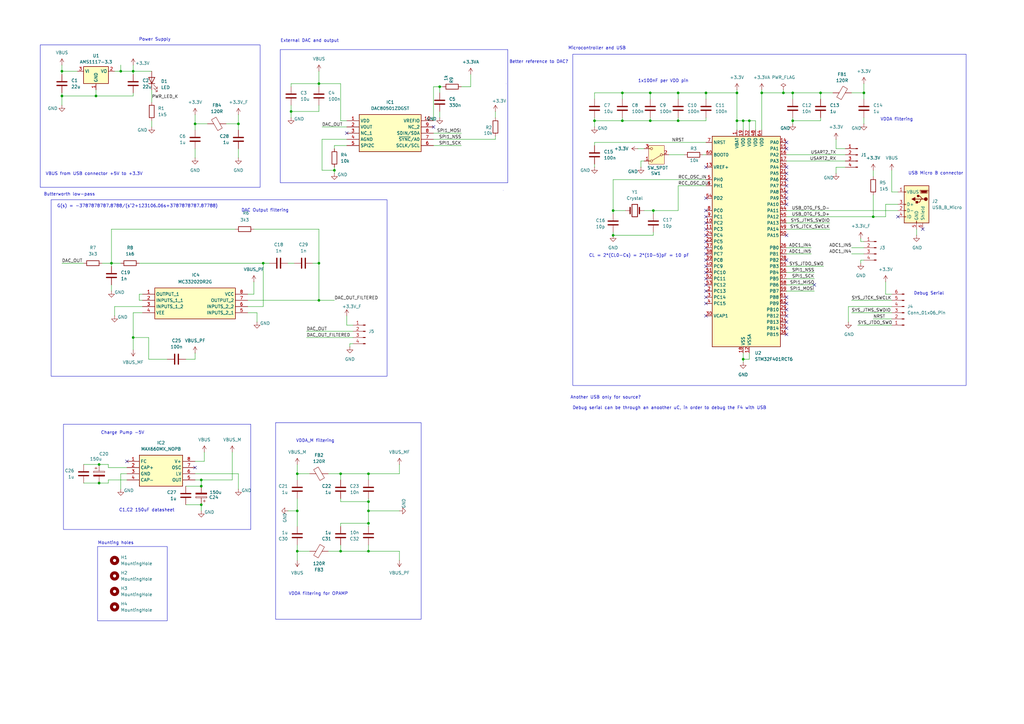
<source format=kicad_sch>
(kicad_sch (version 20231120) (generator "eeschema") (generator_version "8.0")
  (paper "A3")
  (title_block (title "Impedance measurement") (date "2024-09-08") (rev "1.0") (company "Zabos Péter"))
  (lib_symbols
    (symbol "Connector:Conn_01x04_Pin" (pin_names (offset 1.016) hide)
      (property "Reference" "J" (at 0 5.08 0))
      (property "Value" "Conn_01x04_Pin" (at 0 -7.62 0))
      (symbol "Conn_01x04_Pin_1_1"
        (pin passive line (at 5.08 2.54 180) (length 3.81) (name "Pin_1") (number "1"))
        (pin passive line (at 5.08 0 180) (length 3.81) (name "Pin_2") (number "2"))
        (pin passive line (at 5.08 -2.54 180) (length 3.81) (name "Pin_3") (number "3"))
        (pin passive line (at 5.08 -5.08 180) (length 3.81) (name "Pin_4") (number "4"))
      )
    )
    (symbol "Connector:Conn_01x06_Pin" (pin_names (offset 1.016) hide)
      (property "Reference" "J" (at 0 7.62 0))
      (property "Value" "Conn_01x06_Pin" (at 0 -10.16 0))
      (symbol "Conn_01x06_Pin_1_1"
        (pin passive line (at 5.08 5.08 180) (length 3.81) (name "Pin_1") (number "1"))
        (pin passive line (at 5.08 2.54 180) (length 3.81) (name "Pin_2") (number "2"))
        (pin passive line (at 5.08 0 180) (length 3.81) (name "Pin_3") (number "3"))
        (pin passive line (at 5.08 -2.54 180) (length 3.81) (name "Pin_4") (number "4"))
        (pin passive line (at 5.08 -5.08 180) (length 3.81) (name "Pin_5") (number "5"))
        (pin passive line (at 5.08 -7.62 180) (length 3.81) (name "Pin_6") (number "6"))
      )
    )
    (symbol "Connector:USB_B_Micro" (pin_names (offset 1.016))
      (property "Reference" "J" (at -5.08 11.43 0))
      (property "Value" "USB_B_Micro" (at -5.08 8.89 0))
      (symbol "USB_B_Micro_1_1"
        (pin power_out line (at 7.62 5.08 180) (length 2.54) (name "VBUS") (number "1"))
        (pin bidirectional line (at 7.62 -2.54 180) (length 2.54) (name "D-") (number "2"))
        (pin bidirectional line (at 7.62 0 180) (length 2.54) (name "D+") (number "3"))
        (pin passive line (at 7.62 -5.08 180) (length 2.54) (name "ID") (number "4"))
        (pin power_out line (at 0 -10.16 90) (length 2.54) (name "GND") (number "5"))
        (pin passive line (at -2.54 -10.16 90) (length 2.54) (name "Shield") (number "6"))
      )
    )
    (symbol "Device:C" (pin_numbers hide) (pin_names (offset 0.254))
      (property "Reference" "C" (at 0.635 2.54 0))
      (property "Value" "C" (at 0.635 -2.54 0))
      (symbol "C_1_1"
        (pin passive line (at 0 3.81 270) (length 2.794) (name "~") (number "1"))
        (pin passive line (at 0 -3.81 90) (length 2.794) (name "~") (number "2"))
      )
    )
    (symbol "Device:C_Polarized" (pin_numbers hide) (pin_names (offset 0.254))
      (property "Reference" "C" (at 0.635 2.54 0))
      (property "Value" "C_Polarized" (at 0.635 -2.54 0))
      (symbol "C_Polarized_1_1"
        (pin passive line (at 0 3.81 270) (length 2.794) (name "~") (number "1"))
        (pin passive line (at 0 -3.81 90) (length 2.794) (name "~") (number "2"))
      )
    )
    (symbol "Device:Crystal" (pin_numbers hide) (pin_names (offset 1.016) hide)
      (property "Reference" "Y" (at 0 3.81 0))
      (property "Value" "Crystal" (at 0 -3.81 0))
      (symbol "Crystal_1_1"
        (pin passive line (at -3.81 0 0) (length 1.27) (name "1") (number "1"))
        (pin passive line (at 3.81 0 180) (length 1.27) (name "2") (number "2"))
      )
    )
    (symbol "Device:FerriteBead" (pin_numbers hide) (pin_names (offset 0))
      (property "Reference" "FB" (at -3.81 0.635 90))
      (property "Value" "FerriteBead" (at 3.81 0 90))
      (symbol "FerriteBead_1_1"
        (pin passive line (at 0 3.81 270) (length 2.54) (name "~") (number "1"))
        (pin passive line (at 0 -3.81 90) (length 2.54) (name "~") (number "2"))
      )
    )
    (symbol "Device:LED" (pin_numbers hide) (pin_names (offset 1.016) hide)
      (property "Reference" "D" (at 0 2.54 0))
      (property "Value" "LED" (at 0 -2.54 0))
      (symbol "LED_1_1"
        (pin passive line (at -3.81 0 0) (length 2.54) (name "K") (number "1"))
        (pin passive line (at 3.81 0 180) (length 2.54) (name "A") (number "2"))
      )
    )
    (symbol "Device:R" (pin_numbers hide) (pin_names (offset 0))
      (property "Reference" "R" (at 2.032 0 90))
      (property "Value" "R" (at 0 0 90))
      (symbol "R_1_1"
        (pin passive line (at 0 3.81 270) (length 1.27) (name "~") (number "1"))
        (pin passive line (at 0 -3.81 90) (length 1.27) (name "~") (number "2"))
      )
    )
    (symbol "MCU_ST_STM32F4:STM32F401RCTx"
      (property "Reference" "U" (at -12.7 44.45 0))
      (property "Value" "STM32F401RCTx" (at 10.16 44.45 0))
      (symbol "STM32F401RCTx_1_1"
        (pin power_in line (at -2.54 45.72 270) (length 2.54) (name "VBAT") (number "1"))
        (pin bidirectional line (at -15.24 7.62 0) (length 2.54) (name "PC2") (number "10"))
        (pin bidirectional line (at -15.24 5.08 0) (length 2.54) (name "PC3") (number "11"))
        (pin power_in line (at 2.54 -45.72 90) (length 2.54) (name "VSSA") (number "12"))
        (pin input line (at -15.24 30.48 0) (length 2.54) (name "VREF+") (number "13"))
        (pin bidirectional line (at 17.78 40.64 180) (length 2.54) (name "PA0") (number "14"))
        (pin bidirectional line (at 17.78 38.1 180) (length 2.54) (name "PA1") (number "15"))
        (pin bidirectional line (at 17.78 35.56 180) (length 2.54) (name "PA2") (number "16"))
        (pin bidirectional line (at 17.78 33.02 180) (length 2.54) (name "PA3") (number "17"))
        (pin power_in line (at 0 -45.72 90) (length 2.54) (name "VSS") (number "18"))
        (pin power_in line (at 0 45.72 270) (length 2.54) (name "VDD") (number "19"))
        (pin bidirectional line (at -15.24 -20.32 0) (length 2.54) (name "PC13") (number "2"))
        (pin bidirectional line (at 17.78 30.48 180) (length 2.54) (name "PA4") (number "20"))
        (pin bidirectional line (at 17.78 27.94 180) (length 2.54) (name "PA5") (number "21"))
        (pin bidirectional line (at 17.78 25.4 180) (length 2.54) (name "PA6") (number "22"))
        (pin bidirectional line (at 17.78 22.86 180) (length 2.54) (name "PA7") (number "23"))
        (pin bidirectional line (at -15.24 2.54 0) (length 2.54) (name "PC4") (number "24"))
        (pin bidirectional line (at -15.24 0 0) (length 2.54) (name "PC5") (number "25"))
        (pin bidirectional line (at 17.78 -2.54 180) (length 2.54) (name "PB0") (number "26"))
        (pin bidirectional line (at 17.78 -5.08 180) (length 2.54) (name "PB1") (number "27"))
        (pin bidirectional line (at 17.78 -7.62 180) (length 2.54) (name "PB2") (number "28"))
        (pin bidirectional line (at 17.78 -27.94 180) (length 2.54) (name "PB10") (number "29"))
        (pin bidirectional line (at -15.24 -22.86 0) (length 2.54) (name "PC14") (number "3"))
        (pin power_out line (at -15.24 -30.48 0) (length 2.54) (name "VCAP1") (number "30"))
        (pin passive line (at 0 -45.72 90) (length 2.54) hide (name "VSS") (number "31"))
        (pin power_in line (at 2.54 45.72 270) (length 2.54) (name "VDD") (number "32"))
        (pin bidirectional line (at 17.78 -30.48 180) (length 2.54) (name "PB12") (number "33"))
        (pin bidirectional line (at 17.78 -33.02 180) (length 2.54) (name "PB13") (number "34"))
        (pin bidirectional line (at 17.78 -35.56 180) (length 2.54) (name "PB14") (number "35"))
        (pin bidirectional line (at 17.78 -38.1 180) (length 2.54) (name "PB15") (number "36"))
        (pin bidirectional line (at -15.24 -2.54 0) (length 2.54) (name "PC6") (number "37"))
        (pin bidirectional line (at -15.24 -5.08 0) (length 2.54) (name "PC7") (number "38"))
        (pin bidirectional line (at -15.24 -7.62 0) (length 2.54) (name "PC8") (number "39"))
        (pin bidirectional line (at -15.24 -25.4 0) (length 2.54) (name "PC15") (number "4"))
        (pin bidirectional line (at -15.24 -10.16 0) (length 2.54) (name "PC9") (number "40"))
        (pin bidirectional line (at 17.78 20.32 180) (length 2.54) (name "PA8") (number "41"))
        (pin bidirectional line (at 17.78 17.78 180) (length 2.54) (name "PA9") (number "42"))
        (pin bidirectional line (at 17.78 15.24 180) (length 2.54) (name "PA10") (number "43"))
        (pin bidirectional line (at 17.78 12.7 180) (length 2.54) (name "PA11") (number "44"))
        (pin bidirectional line (at 17.78 10.16 180) (length 2.54) (name "PA12") (number "45"))
        (pin bidirectional line (at 17.78 7.62 180) (length 2.54) (name "PA13") (number "46"))
        (pin passive line (at 0 -45.72 90) (length 2.54) hide (name "VSS") (number "47"))
        (pin power_in line (at 5.08 45.72 270) (length 2.54) (name "VDD") (number "48"))
        (pin bidirectional line (at 17.78 5.08 180) (length 2.54) (name "PA14") (number "49"))
        (pin bidirectional line (at -15.24 25.4 0) (length 2.54) (name "PH0") (number "5"))
        (pin bidirectional line (at 17.78 2.54 180) (length 2.54) (name "PA15") (number "50"))
        (pin bidirectional line (at -15.24 -12.7 0) (length 2.54) (name "PC10") (number "51"))
        (pin bidirectional line (at -15.24 -15.24 0) (length 2.54) (name "PC11") (number "52"))
        (pin bidirectional line (at -15.24 -17.78 0) (length 2.54) (name "PC12") (number "53"))
        (pin bidirectional line (at -15.24 17.78 0) (length 2.54) (name "PD2") (number "54"))
        (pin bidirectional line (at 17.78 -10.16 180) (length 2.54) (name "PB3") (number "55"))
        (pin bidirectional line (at 17.78 -12.7 180) (length 2.54) (name "PB4") (number "56"))
        (pin bidirectional line (at 17.78 -15.24 180) (length 2.54) (name "PB5") (number "57"))
        (pin bidirectional line (at 17.78 -17.78 180) (length 2.54) (name "PB6") (number "58"))
        (pin bidirectional line (at 17.78 -20.32 180) (length 2.54) (name "PB7") (number "59"))
        (pin bidirectional line (at -15.24 22.86 0) (length 2.54) (name "PH1") (number "6"))
        (pin input line (at -15.24 35.56 0) (length 2.54) (name "BOOT0") (number "60"))
        (pin bidirectional line (at 17.78 -22.86 180) (length 2.54) (name "PB8") (number "61"))
        (pin bidirectional line (at 17.78 -25.4 180) (length 2.54) (name "PB9") (number "62"))
        (pin passive line (at 0 -45.72 90) (length 2.54) hide (name "VSS") (number "63"))
        (pin power_in line (at 7.62 45.72 270) (length 2.54) (name "VDD") (number "64"))
        (pin input line (at -15.24 40.64 0) (length 2.54) (name "NRST") (number "7"))
        (pin bidirectional line (at -15.24 12.7 0) (length 2.54) (name "PC0") (number "8"))
        (pin bidirectional line (at -15.24 10.16 0) (length 2.54) (name "PC1") (number "9"))
      )
    )
    (symbol "Mechanical:MountingHole" (pin_names (offset 1.016))
      (property "Reference" "H" (at 0 5.08 0))
      (property "Value" "MountingHole" (at 0 3.175 0))
    )
    (symbol "Regulator_Linear:AMS1117-3.3"
      (property "Reference" "U" (at -3.81 3.175 0))
      (property "Value" "AMS1117-3.3" (at 0 3.175 0))
      (symbol "AMS1117-3.3_1_1"
        (pin power_in line (at 0 -7.62 90) (length 2.54) (name "GND") (number "1"))
        (pin power_out line (at 7.62 0 180) (length 2.54) (name "VO") (number "2"))
        (pin power_in line (at -7.62 0 0) (length 2.54) (name "VI") (number "3"))
      )
    )
    (symbol "SamacSys_Parts:DAC80501ZDGST"
      (property "Reference" "IC" (at 31.75 7.62 0))
      (property "Value" "DAC80501ZDGST" (at 31.75 5.08 0))
      (symbol "DAC80501ZDGST_1_1"
        (pin power_in line (at 0 0 0) (length 5.08) (name "VDD") (number "1"))
        (pin bidirectional line (at 35.56 0 180) (length 5.08) (name "VREFIO") (number "10"))
        (pin output line (at 0 -2.54 0) (length 5.08) (name "VOUT") (number "2"))
        (pin passive line (at 0 -5.08 0) (length 5.08) (name "NC_1") (number "3"))
        (pin power_in line (at 0 -7.62 0) (length 5.08) (name "AGND") (number "4"))
        (pin input line (at 0 -10.16 0) (length 5.08) (name "SPI2C") (number "5"))
        (pin bidirectional line (at 35.56 -10.16 180) (length 5.08) (name "SCLK/SCL") (number "6"))
        (pin bidirectional line (at 35.56 -7.62 180) (length 5.08) (name "~{SYNC}/A0") (number "7"))
        (pin bidirectional line (at 35.56 -5.08 180) (length 5.08) (name "SDIN/SDA") (number "8"))
        (pin passive line (at 35.56 -2.54 180) (length 5.08) (name "NC_2") (number "9"))
      )
    )
    (symbol "SamacSys_Parts:MAX660MX_NOPB"
      (property "Reference" "IC" (at 24.13 7.62 0))
      (property "Value" "MAX660MX_NOPB" (at 24.13 5.08 0))
      (symbol "MAX660MX_NOPB_1_1"
        (pin passive line (at 0 0 0) (length 5.08) (name "FC") (number "1"))
        (pin passive line (at 0 -2.54 0) (length 5.08) (name "CAP+") (number "2"))
        (pin power_in line (at 0 -5.08 0) (length 5.08) (name "GND") (number "3"))
        (pin passive line (at 0 -7.62 0) (length 5.08) (name "CAP-") (number "4"))
        (pin output line (at 27.94 -7.62 180) (length 5.08) (name "OUT") (number "5"))
        (pin passive line (at 27.94 -5.08 180) (length 5.08) (name "LV") (number "6"))
        (pin passive line (at 27.94 -2.54 180) (length 5.08) (name "OSC") (number "7"))
        (pin power_in line (at 27.94 0 180) (length 5.08) (name "V+") (number "8"))
      )
    )
    (symbol "SamacSys_Parts:MC33202DR2G"
      (property "Reference" "IC" (at 39.37 7.62 0))
      (property "Value" "MC33202DR2G" (at 39.37 5.08 0))
      (symbol "MC33202DR2G_1_1"
        (pin passive line (at 0 0 0) (length 5.08) (name "OUTPUT_1") (number "1"))
        (pin passive line (at 0 -2.54 0) (length 5.08) (name "INPUTS_1_1") (number "2"))
        (pin passive line (at 0 -5.08 0) (length 5.08) (name "INPUTS_1_2") (number "3"))
        (pin passive line (at 0 -7.62 0) (length 5.08) (name "VEE") (number "4"))
        (pin passive line (at 43.18 -7.62 180) (length 5.08) (name "INPUTS_2_1") (number "5"))
        (pin passive line (at 43.18 -5.08 180) (length 5.08) (name "INPUTS_2_2") (number "6"))
        (pin passive line (at 43.18 -2.54 180) (length 5.08) (name "OUTPUT_2") (number "7"))
        (pin passive line (at 43.18 0 180) (length 5.08) (name "VCC") (number "8"))
      )
    )
    (symbol "Switch:SW_SPDT" (pin_names (offset 0) hide)
      (property "Reference" "SW" (at 0 5.08 0))
      (property "Value" "SW_SPDT" (at 0 -5.08 0))
      (symbol "SW_SPDT_1_1"
        (pin passive line (at 5.08 2.54 180) (length 2.54) (name "A") (number "1"))
        (pin passive line (at -5.08 0 0) (length 2.54) (name "B") (number "2"))
        (pin passive line (at 5.08 -2.54 180) (length 2.54) (name "C") (number "3"))
      )
    )
    (symbol "power:+3.3V" (power) (pin_numbers hide) (pin_names (offset 0) hide)
      (property "Value" "+3.3V" (at 0 3.556 0))
      (symbol "+3.3V_1_1"
        (pin power_in line (at 0 0 90) (length 0) (name "~") (number "1"))
      )
    )
    (symbol "power:+3.3VA" (power) (pin_numbers hide) (pin_names (offset 0) hide)
      (property "Value" "+3.3VA" (at 0 3.556 0))
      (symbol "+3.3VA_1_1"
        (pin power_in line (at 0 0 90) (length 0) (name "~") (number "1"))
      )
    )
    (symbol "power:GND" (power) (pin_numbers hide) (pin_names (offset 0) hide)
      (property "Value" "GND" (at 0 -3.81 0))
      (symbol "GND_1_1"
        (pin power_in line (at 0 0 270) (length 0) (name "~") (number "1"))
      )
    )
    (symbol "power:PWR_FLAG" (power) (pin_numbers hide) (pin_names (offset 0) hide)
      (property "Value" "PWR_FLAG" (at 0 3.81 0))
      (symbol "PWR_FLAG_0_0"
        (pin power_out line (at 0 0 90) (length 0) (name "~") (number "1"))
      )
    )
    (symbol "power:VBUS" (power) (pin_numbers hide) (pin_names (offset 0) hide)
      (property "Value" "VBUS" (at 0 3.556 0))
      (symbol "VBUS_1_1"
        (pin power_in line (at 0 0 90) (length 0) (name "~") (number "1"))
      )
    )
  )
  (junction (at 25.4 39.37))
  (junction (at 255.27 49.53))
  (junction (at 325.12 38.1))
  (junction (at 321.31 38.1))
  (junction (at 180.34 35.56))
  (junction (at 243.84 49.53))
  (junction (at 151.13 214.63))
  (junction (at 49.53 29.21))
  (junction (at 39.37 39.37))
  (junction (at 251.46 96.52))
  (junction (at 325.12 49.53))
  (junction (at 25.4 29.21))
  (junction (at 137.16 69.85))
  (junction (at 130.81 34.29))
  (junction (at 289.56 38.1))
  (junction (at 54.61 29.21))
  (junction (at 151.13 205.74))
  (junction (at 251.46 86.36))
  (junction (at 151.13 226.06))
  (junction (at 302.26 38.1))
  (junction (at 107.95 107.95))
  (junction (at 304.8 49.53))
  (junction (at 45.72 107.95))
  (junction (at 54.61 138.43))
  (junction (at 307.34 49.53))
  (junction (at 139.7 194.31))
  (junction (at 304.8 147.32))
  (junction (at 82.55 199.39))
  (junction (at 40.64 198.12))
  (junction (at 266.7 49.53))
  (junction (at 121.92 226.06))
  (junction (at 130.81 123.19))
  (junction (at 151.13 194.31))
  (junction (at 255.27 38.1))
  (junction (at 82.55 196.85))
  (junction (at 266.7 38.1))
  (junction (at 121.92 194.31))
  (junction (at 151.13 209.55))
  (junction (at 97.79 50.8))
  (junction (at 358.14 88.9))
  (junction (at 139.7 226.06))
  (junction (at 312.42 38.1))
  (junction (at 354.33 38.1))
  (junction (at 119.38 45.72))
  (junction (at 40.64 190.5))
  (junction (at 336.55 38.1))
  (junction (at 80.01 50.8))
  (junction (at 302.26 49.53))
  (junction (at 82.55 207.01))
  (junction (at 121.92 209.55))
  (junction (at 267.97 86.36))
  (junction (at 278.13 49.53))
  (junction (at 278.13 38.1))
  (junction (at 130.81 107.95))
  (no_connect (at 289.56 88.9))
  (no_connect (at 289.56 99.06))
  (no_connect (at 289.56 111.76))
  (no_connect (at 322.58 76.2))
  (no_connect (at 289.56 124.46))
  (no_connect (at 322.58 60.96))
  (no_connect (at 289.56 109.22))
  (no_connect (at 322.58 121.92))
  (no_connect (at 289.56 129.54))
  (no_connect (at 322.58 137.16))
  (no_connect (at 289.56 96.52))
  (no_connect (at 378.46 93.98))
  (no_connect (at 289.56 91.44))
  (no_connect (at 322.58 83.82))
  (no_connect (at 289.56 101.6))
  (no_connect (at 334.01 116.84))
  (no_connect (at 322.58 127))
  (no_connect (at 322.58 68.58))
  (no_connect (at 368.3 88.9))
  (no_connect (at 322.58 129.54))
  (no_connect (at 322.58 73.66))
  (no_connect (at 289.56 106.68))
  (no_connect (at 322.58 71.12))
  (no_connect (at 322.58 106.68))
  (no_connect (at 289.56 114.3))
  (no_connect (at 289.56 86.36))
  (no_connect (at 289.56 119.38))
  (no_connect (at 322.58 96.52))
  (no_connect (at 142.24 54.61))
  (no_connect (at 289.56 81.28))
  (no_connect (at 289.56 104.14))
  (no_connect (at 80.01 191.77))
  (no_connect (at 177.8 52.07))
  (no_connect (at 322.58 134.62))
  (no_connect (at 289.56 68.58))
  (no_connect (at 289.56 121.92))
  (no_connect (at 289.56 93.98))
  (no_connect (at 322.58 58.42))
  (no_connect (at 52.07 189.23))
  (no_connect (at 322.58 132.08))
  (no_connect (at 322.58 124.46))
  (no_connect (at 289.56 116.84))
  (no_connect (at 322.58 78.74))
  (no_connect (at 322.58 81.28))
  (wire (pts (xy 304.8 49.53) (xy 302.26 49.53)))
  (wire (pts (xy 127 194.31) (xy 121.92 194.31)))
  (wire (pts (xy 255.27 38.1) (xy 266.7 38.1)))
  (wire (pts (xy 104.14 115.57) (xy 104.14 120.65)))
  (wire (pts (xy 46.99 125.73) (xy 58.42 125.73)))
  (wire (pts (xy 255.27 38.1) (xy 255.27 40.64)))
  (wire (pts (xy 139.7 226.06) (xy 151.13 226.06)))
  (wire (pts (xy 243.84 59.69) (xy 243.84 58.42)))
  (wire (pts (xy 251.46 96.52) (xy 267.97 96.52)))
  (wire (pts (xy 203.2 55.88) (xy 203.2 57.15)))
  (wire (pts (xy 322.58 119.38) (xy 334.01 119.38)))
  (wire (pts (xy 80.01 147.32) (xy 80.01 144.78)))
  (wire (pts (xy 58.42 120.65) (xy 57.15 120.65)))
  (wire (pts (xy 137.16 68.58) (xy 137.16 69.85)))
  (wire (pts (xy 118.11 107.95) (xy 120.65 107.95)))
  (wire (pts (xy 353.06 107.95) (xy 353.06 106.68)))
  (wire (pts (xy 139.7 205.74) (xy 151.13 205.74)))
  (wire (pts (xy 139.7 215.9) (xy 139.7 214.63)))
  (wire (pts (xy 107.95 107.95) (xy 110.49 107.95)))
  (wire (pts (xy 151.13 204.47) (xy 151.13 205.74)))
  (wire (pts (xy 25.4 107.95) (xy 34.29 107.95)))
  (wire (pts (xy 46.99 129.54) (xy 46.99 125.73)))
  (wire (pts (xy 121.92 190.5) (xy 121.92 194.31)))
  (wire (pts (xy 57.15 123.19) (xy 58.42 123.19)))
  (wire (pts (xy 349.25 101.6) (xy 354.33 101.6)))
  (wire (pts (xy 266.7 48.26) (xy 266.7 49.53)))
  (wire (pts (xy 85.09 50.8) (xy 80.01 50.8)))
  (wire (pts (xy 34.29 198.12) (xy 40.64 198.12)))
  (wire (pts (xy 121.92 226.06) (xy 121.92 223.52)))
  (wire (pts (xy 54.61 38.1) (xy 54.61 39.37)))
  (wire (pts (xy 80.01 189.23) (xy 83.82 189.23)))
  (wire (pts (xy 139.7 226.06) (xy 134.62 226.06)))
  (wire (pts (xy 52.07 194.31) (xy 49.53 194.31)))
  (wire (pts (xy 142.24 129.54) (xy 142.24 133.35)))
  (wire (pts (xy 255.27 49.53) (xy 243.84 49.53)))
  (wire (pts (xy 375.92 93.98) (xy 375.92 96.52)))
  (wire (pts (xy 243.84 40.64) (xy 243.84 38.1)))
  (wire (pts (xy 54.61 29.21) (xy 54.61 30.48)))
  (wire (pts (xy 142.24 133.35) (xy 144.78 133.35)))
  (wire (pts (xy 45.72 107.95) (xy 45.72 109.22)))
  (wire (pts (xy 97.79 194.31) (xy 97.79 200.66)))
  (wire (pts (xy 267.97 86.36) (xy 278.13 86.36)))
  (wire (pts (xy 132.08 69.85) (xy 137.16 69.85)))
  (wire (pts (xy 289.56 38.1) (xy 289.56 40.64)))
  (wire (pts (xy 266.7 38.1) (xy 278.13 38.1)))
  (wire (pts (xy 54.61 128.27) (xy 54.61 138.43)))
  (wire (pts (xy 163.83 190.5) (xy 163.83 194.31)))
  (wire (pts (xy 82.55 196.85) (xy 80.01 196.85)))
  (wire (pts (xy 130.81 29.21) (xy 130.81 34.29)))
  (wire (pts (xy 365.76 78.74) (xy 365.76 69.85)))
  (wire (pts (xy 105.41 128.27) (xy 105.41 132.08)))
  (wire (pts (xy 336.55 40.64) (xy 336.55 38.1)))
  (wire (pts (xy 137.16 60.96) (xy 137.16 59.69)))
  (wire (pts (xy 336.55 38.1) (xy 325.12 38.1)))
  (wire (pts (xy 130.81 93.98) (xy 130.81 107.95)))
  (wire (pts (xy 130.81 123.19) (xy 137.16 123.19)))
  (wire (pts (xy 68.58 147.32) (xy 60.96 147.32)))
  (wire (pts (xy 309.88 53.34) (xy 309.88 49.53)))
  (wire (pts (xy 163.83 229.87) (xy 163.83 226.06)))
  (wire (pts (xy 101.6 123.19) (xy 130.81 123.19)))
  (wire (pts (xy 44.45 190.5) (xy 40.64 190.5)))
  (wire (pts (xy 25.4 39.37) (xy 25.4 43.18)))
  (wire (pts (xy 34.29 190.5) (xy 40.64 190.5)))
  (wire (pts (xy 95.25 185.42) (xy 95.25 196.85)))
  (wire (pts (xy 243.84 49.53) (xy 243.84 52.07)))
  (wire (pts (xy 80.01 46.99) (xy 80.01 50.8)))
  (wire (pts (xy 189.23 35.56) (xy 193.04 35.56)))
  (wire (pts (xy 309.88 49.53) (xy 307.34 49.53)))
  (wire (pts (xy 45.72 93.98) (xy 45.72 107.95)))
  (wire (pts (xy 358.14 130.81) (xy 365.76 130.81)))
  (wire (pts (xy 342.9 57.15) (xy 342.9 60.96)))
  (wire (pts (xy 288.29 63.5) (xy 289.56 63.5)))
  (wire (pts (xy 121.92 229.87) (xy 121.92 226.06)))
  (wire (pts (xy 25.4 29.21) (xy 25.4 30.48)))
  (wire (pts (xy 44.45 191.77) (xy 44.45 190.5)))
  (wire (pts (xy 130.81 34.29) (xy 130.81 35.56)))
  (wire (pts (xy 80.01 194.31) (xy 97.79 194.31)))
  (wire (pts (xy 143.51 140.97) (xy 144.78 140.97)))
  (wire (pts (xy 267.97 86.36) (xy 267.97 87.63)))
  (wire (pts (xy 353.06 97.79) (xy 353.06 99.06)))
  (wire (pts (xy 267.97 95.25) (xy 267.97 96.52)))
  (wire (pts (xy 274.32 63.5) (xy 280.67 63.5)))
  (wire (pts (xy 139.7 194.31) (xy 151.13 194.31)))
  (wire (pts (xy 57.15 107.95) (xy 107.95 107.95)))
  (wire (pts (xy 82.55 199.39) (xy 82.55 196.85)))
  (wire (pts (xy 255.27 48.26) (xy 255.27 49.53)))
  (wire (pts (xy 325.12 48.26) (xy 325.12 49.53)))
  (wire (pts (xy 151.13 194.31) (xy 163.83 194.31)))
  (wire (pts (xy 336.55 48.26) (xy 336.55 49.53)))
  (wire (pts (xy 151.13 223.52) (xy 151.13 226.06)))
  (wire (pts (xy 139.7 223.52) (xy 139.7 226.06)))
  (wire (pts (xy 180.34 45.72) (xy 180.34 48.26)))
  (wire (pts (xy 322.58 104.14) (xy 332.74 104.14)))
  (wire (pts (xy 139.7 196.85) (xy 139.7 194.31)))
  (wire (pts (xy 251.46 73.66) (xy 251.46 86.36)))
  (wire (pts (xy 132.08 52.07) (xy 142.24 52.07)))
  (wire (pts (xy 119.38 45.72) (xy 119.38 48.26)))
  (wire (pts (xy 251.46 87.63) (xy 251.46 86.36)))
  (wire (pts (xy 264.16 86.36) (xy 267.97 86.36)))
  (wire (pts (xy 243.84 58.42) (xy 289.56 58.42)))
  (wire (pts (xy 368.3 78.74) (xy 365.76 78.74)))
  (wire (pts (xy 127 226.06) (xy 121.92 226.06)))
  (wire (pts (xy 25.4 38.1) (xy 25.4 39.37)))
  (wire (pts (xy 203.2 45.72) (xy 203.2 48.26)))
  (wire (pts (xy 264.16 66.04) (xy 262.89 66.04)))
  (wire (pts (xy 358.14 80.01) (xy 358.14 88.9)))
  (wire (pts (xy 130.81 43.18) (xy 130.81 45.72)))
  (wire (pts (xy 278.13 49.53) (xy 266.7 49.53)))
  (wire (pts (xy 251.46 95.25) (xy 251.46 96.52)))
  (wire (pts (xy 54.61 26.67) (xy 54.61 29.21)))
  (wire (pts (xy 41.91 107.95) (xy 45.72 107.95)))
  (wire (pts (xy 151.13 215.9) (xy 151.13 214.63)))
  (wire (pts (xy 119.38 35.56) (xy 119.38 34.29)))
  (wire (pts (xy 137.16 59.69) (xy 142.24 59.69)))
  (wire (pts (xy 278.13 38.1) (xy 289.56 38.1)))
  (wire (pts (xy 49.53 194.31) (xy 49.53 200.66)))
  (wire (pts (xy 45.72 107.95) (xy 49.53 107.95)))
  (wire (pts (xy 322.58 116.84) (xy 334.01 116.84)))
  (wire (pts (xy 243.84 38.1) (xy 255.27 38.1)))
  (wire (pts (xy 97.79 60.96) (xy 97.79 64.77)))
  (wire (pts (xy 125.73 138.43) (xy 144.78 138.43)))
  (wire (pts (xy 82.55 207.01) (xy 82.55 209.55)))
  (wire (pts (xy 139.7 49.53) (xy 139.7 34.29)))
  (wire (pts (xy 107.95 125.73) (xy 107.95 107.95)))
  (wire (pts (xy 304.8 144.78) (xy 304.8 147.32)))
  (wire (pts (xy 322.58 109.22) (xy 337.82 109.22)))
  (wire (pts (xy 60.96 138.43) (xy 54.61 138.43)))
  (wire (pts (xy 289.56 48.26) (xy 289.56 49.53)))
  (wire (pts (xy 354.33 48.26) (xy 354.33 50.8)))
  (wire (pts (xy 322.58 88.9) (xy 358.14 88.9)))
  (wire (pts (xy 180.34 35.56) (xy 181.61 35.56)))
  (wire (pts (xy 358.14 69.85) (xy 358.14 72.39)))
  (wire (pts (xy 49.53 29.21) (xy 54.61 29.21)))
  (wire (pts (xy 266.7 38.1) (xy 266.7 40.64)))
  (wire (pts (xy 92.71 50.8) (xy 97.79 50.8)))
  (wire (pts (xy 321.31 36.83) (xy 321.31 38.1)))
  (wire (pts (xy 289.56 38.1) (xy 302.26 38.1)))
  (wire (pts (xy 363.22 83.82) (xy 363.22 88.9)))
  (wire (pts (xy 312.42 36.83) (xy 312.42 38.1)))
  (wire (pts (xy 243.84 48.26) (xy 243.84 49.53)))
  (wire (pts (xy 57.15 120.65) (xy 57.15 123.19)))
  (wire (pts (xy 76.2 199.39) (xy 82.55 199.39)))
  (wire (pts (xy 177.8 59.69) (xy 189.23 59.69)))
  (wire (pts (xy 62.23 36.83) (xy 62.23 41.91)))
  (wire (pts (xy 177.8 57.15) (xy 203.2 57.15)))
  (wire (pts (xy 353.06 99.06) (xy 354.33 99.06)))
  (wire (pts (xy 349.25 128.27) (xy 365.76 128.27)))
  (wire (pts (xy 142.24 57.15) (xy 132.08 57.15)))
  (wire (pts (xy 45.72 116.84) (xy 45.72 119.38)))
  (wire (pts (xy 347.98 125.73) (xy 347.98 132.08)))
  (wire (pts (xy 307.34 144.78) (xy 307.34 147.32)))
  (wire (pts (xy 278.13 76.2) (xy 289.56 76.2)))
  (wire (pts (xy 251.46 86.36) (xy 256.54 86.36)))
  (wire (pts (xy 322.58 93.98) (xy 340.36 93.98)))
  (wire (pts (xy 302.26 38.1) (xy 302.26 49.53)))
  (wire (pts (xy 312.42 38.1) (xy 312.42 53.34)))
  (wire (pts (xy 322.58 101.6) (xy 332.74 101.6)))
  (wire (pts (xy 121.92 204.47) (xy 121.92 209.55)))
  (wire (pts (xy 180.34 35.56) (xy 180.34 38.1)))
  (wire (pts (xy 278.13 86.36) (xy 278.13 76.2)))
  (wire (pts (xy 139.7 34.29) (xy 130.81 34.29)))
  (wire (pts (xy 121.92 194.31) (xy 121.92 196.85)))
  (wire (pts (xy 342.9 71.12) (xy 342.9 68.58)))
  (wire (pts (xy 130.81 45.72) (xy 119.38 45.72)))
  (wire (pts (xy 302.26 36.83) (xy 302.26 38.1)))
  (wire (pts (xy 44.45 198.12) (xy 40.64 198.12)))
  (wire (pts (xy 347.98 125.73) (xy 365.76 125.73)))
  (wire (pts (xy 342.9 60.96) (xy 346.71 60.96)))
  (wire (pts (xy 336.55 49.53) (xy 325.12 49.53)))
  (wire (pts (xy 46.99 29.21) (xy 49.53 29.21)))
  (wire (pts (xy 76.2 147.32) (xy 80.01 147.32)))
  (wire (pts (xy 44.45 196.85) (xy 44.45 198.12)))
  (wire (pts (xy 45.72 93.98) (xy 96.52 93.98)))
  (wire (pts (xy 137.16 69.85) (xy 137.16 71.12)))
  (wire (pts (xy 278.13 48.26) (xy 278.13 49.53)))
  (wire (pts (xy 151.13 226.06) (xy 163.83 226.06)))
  (wire (pts (xy 101.6 128.27) (xy 105.41 128.27)))
  (wire (pts (xy 302.26 49.53) (xy 302.26 53.34)))
  (wire (pts (xy 307.34 49.53) (xy 304.8 49.53)))
  (wire (pts (xy 101.6 125.73) (xy 107.95 125.73)))
  (wire (pts (xy 304.8 147.32) (xy 304.8 148.59)))
  (wire (pts (xy 54.61 39.37) (xy 39.37 39.37)))
  (wire (pts (xy 143.51 142.24) (xy 143.51 140.97)))
  (wire (pts (xy 54.61 138.43) (xy 54.61 143.51)))
  (wire (pts (xy 351.79 133.35) (xy 365.76 133.35)))
  (wire (pts (xy 177.8 35.56) (xy 177.8 49.53)))
  (wire (pts (xy 31.75 29.21) (xy 25.4 29.21)))
  (wire (pts (xy 130.81 107.95) (xy 130.81 123.19)))
  (wire (pts (xy 151.13 209.55) (xy 163.83 209.55)))
  (wire (pts (xy 322.58 111.76) (xy 334.01 111.76)))
  (wire (pts (xy 349.25 104.14) (xy 354.33 104.14)))
  (wire (pts (xy 139.7 49.53) (xy 142.24 49.53)))
  (wire (pts (xy 82.55 196.85) (xy 95.25 196.85)))
  (wire (pts (xy 322.58 91.44) (xy 340.36 91.44)))
  (wire (pts (xy 49.53 26.67) (xy 49.53 29.21)))
  (wire (pts (xy 325.12 38.1) (xy 321.31 38.1)))
  (wire (pts (xy 97.79 46.99) (xy 97.79 50.8)))
  (wire (pts (xy 139.7 204.47) (xy 139.7 205.74)))
  (wire (pts (xy 243.84 67.31) (xy 243.84 68.58)))
  (wire (pts (xy 58.42 128.27) (xy 54.61 128.27)))
  (wire (pts (xy 353.06 106.68) (xy 354.33 106.68)))
  (wire (pts (xy 80.01 50.8) (xy 80.01 53.34)))
  (wire (pts (xy 278.13 38.1) (xy 278.13 40.64)))
  (wire (pts (xy 177.8 54.61) (xy 189.23 54.61)))
  (wire (pts (xy 322.58 66.04) (xy 346.71 66.04)))
  (wire (pts (xy 39.37 39.37) (xy 25.4 39.37)))
  (wire (pts (xy 251.46 73.66) (xy 289.56 73.66)))
  (wire (pts (xy 151.13 205.74) (xy 151.13 209.55)))
  (wire (pts (xy 342.9 68.58) (xy 346.71 68.58)))
  (wire (pts (xy 321.31 38.1) (xy 312.42 38.1)))
  (wire (pts (xy 354.33 38.1) (xy 354.33 40.64)))
  (wire (pts (xy 62.23 49.53) (xy 62.23 52.07)))
  (wire (pts (xy 80.01 60.96) (xy 80.01 64.77)))
  (wire (pts (xy 76.2 207.01) (xy 82.55 207.01)))
  (wire (pts (xy 97.79 50.8) (xy 97.79 53.34)))
  (wire (pts (xy 104.14 120.65) (xy 101.6 120.65)))
  (wire (pts (xy 119.38 34.29) (xy 130.81 34.29)))
  (wire (pts (xy 322.58 114.3) (xy 334.01 114.3)))
  (wire (pts (xy 177.8 35.56) (xy 180.34 35.56)))
  (wire (pts (xy 60.96 147.32) (xy 60.96 138.43)))
  (wire (pts (xy 139.7 194.31) (xy 134.62 194.31)))
  (wire (pts (xy 262.89 66.04) (xy 262.89 68.58)))
  (wire (pts (xy 139.7 214.63) (xy 151.13 214.63)))
  (wire (pts (xy 121.92 209.55) (xy 121.92 215.9)))
  (wire (pts (xy 349.25 38.1) (xy 354.33 38.1)))
  (wire (pts (xy 119.38 43.18) (xy 119.38 45.72)))
  (wire (pts (xy 289.56 49.53) (xy 278.13 49.53)))
  (wire (pts (xy 54.61 29.21) (xy 62.23 29.21)))
  (wire (pts (xy 25.4 26.67) (xy 25.4 29.21)))
  (wire (pts (xy 336.55 38.1) (xy 341.63 38.1)))
  (wire (pts (xy 363.22 115.57) (xy 363.22 120.65)))
  (wire (pts (xy 304.8 53.34) (xy 304.8 49.53)))
  (wire (pts (xy 144.78 135.89) (xy 125.73 135.89)))
  (wire (pts (xy 261.62 60.96) (xy 264.16 60.96)))
  (wire (pts (xy 358.14 88.9) (xy 363.22 88.9)))
  (wire (pts (xy 322.58 63.5) (xy 346.71 63.5)))
  (wire (pts (xy 354.33 34.29) (xy 354.33 38.1)))
  (wire (pts (xy 151.13 209.55) (xy 151.13 214.63)))
  (wire (pts (xy 322.58 86.36) (xy 368.3 86.36)))
  (wire (pts (xy 128.27 107.95) (xy 130.81 107.95)))
  (wire (pts (xy 368.3 83.82) (xy 363.22 83.82)))
  (wire (pts (xy 118.11 209.55) (xy 121.92 209.55)))
  (wire (pts (xy 266.7 49.53) (xy 255.27 49.53)))
  (wire (pts (xy 307.34 53.34) (xy 307.34 49.53)))
  (wire (pts (xy 104.14 93.98) (xy 130.81 93.98)))
  (wire (pts (xy 52.07 196.85) (xy 44.45 196.85)))
  (wire (pts (xy 132.08 57.15) (xy 132.08 69.85)))
  (wire (pts (xy 363.22 120.65) (xy 365.76 120.65)))
  (wire (pts (xy 83.82 185.42) (xy 83.82 189.23)))
  (wire (pts (xy 52.07 191.77) (xy 44.45 191.77)))
  (wire (pts (xy 325.12 49.53) (xy 325.12 50.8)))
  (wire (pts (xy 39.37 36.83) (xy 39.37 39.37)))
  (wire (pts (xy 307.34 147.32) (xy 304.8 147.32)))
  (wire (pts (xy 349.25 123.19) (xy 365.76 123.19)))
  (wire (pts (xy 151.13 196.85) (xy 151.13 194.31)))
  (wire (pts (xy 193.04 30.48) (xy 193.04 35.56)))
  (wire (pts (xy 325.12 40.64) (xy 325.12 38.1)))
  (rectangle (start 234.95 22.225) (end 396.24 158.115))
  (rectangle (start 20.955 81.915) (end 158.75 154.305))
  (rectangle (start 26.035 173.99) (end 102.87 217.17))
  (rectangle (start 16.51 18.415) (end 106.68 76.835))
  (rectangle (start 113.03 173.355) (end 172.72 254))
  (rectangle (start 206.375 78.105) (end 206.375 78.105))
  (rectangle (start 40.005 224.155) (end 68.58 254.635))
  (rectangle (start 114.935 20.32) (end 208.28 74.93))
  (rectangle (start 207.645 34.29) (end 207.645 34.29))
  (text "VDDA filtering for OPAMP\n" (at 130.556 243.586 0) (effects (font (size 1.27 1.27))))
  (text "VBUS from USB connector +5V to +3.3V" (at 38.608 71.374 0) (effects (font (size 1.27 1.27))))
  (text "VDDA_M filtering" (at 129.286 180.848 0) (effects (font (size 1.27 1.27))))
  (text "C1,C2 150uF datasheet\n" (at 60.198 209.296 0) (effects (font (size 1.27 1.27))))
  (text "1x100nF per VDD pin" (at 272.034 33.274 0) (effects (font (size 1.27 1.27))))
  (text "Better reference to DAC?" (at 220.98 25.4 0) (effects (font (size 1.27 1.27))))
  (text "DAC Output filtering" (at 108.712 86.36 0) (effects (font (size 1.27 1.27))))
  (text "External DAC and output\n" (at 127 16.764 0) (effects (font (size 1.27 1.27))))
  (text "CL = 2*(CL0-Cs) = 2*(10-5)pF = 10 pF" (at 262.128 104.902 0) (effects (font (size 1.27 1.27))))
  (text "Another USB only for source?\n" (at 248.412 163.068 0) (effects (font (size 1.27 1.27))))
  (text "Microcontroller and USB\n" (at 244.856 19.812 0) (effects (font (size 1.27 1.27))))
  (text "G(s) = -3787878787.8788/(s^2+123106.06s+3787878787.87788)" (at 56.388 84.582 0) (effects (font (size 1.27 1.27))))
  (text "Charge Pump -5V" (at 50.292 177.546 0) (effects (font (size 1.27 1.27))))
  (text "Power Supply\n" (at 63.5 16.256 0) (effects (font (size 1.27 1.27))))
  (text "Mounting holes\n" (at 47.498 222.758 0) (effects (font (size 1.27 1.27))))
  (text "USB Micro B connector\n" (at 383.794 71.12 0) (effects (font (size 1.27 1.27))))
  (text "Debug serial can be through an anoother uC, in order to debug the F4 with USB\n" (at 274.574 167.386 0) (effects (font (size 1.27 1.27))))
  (text "VDDA filtering" (at 367.792 49.022 0) (effects (font (size 1.27 1.27))))
  (text "Butterworth low-pass\n" (at 28.448 79.756 0) (effects (font (size 1.27 1.27))))
  (text "Debug Serial" (at 381 120.396 0) (effects (font (size 1.27 1.27))))
  (label "DAC_OUT_FILTERED" (at 125.73 138.43 0))
  (label "USART2_TX" (at 342.9 63.5 180))
  (label "RCC_OSC_OUT" (at 278.13 76.2 0))
  (label "ADC1_IN5" (at 349.25 101.6 180))
  (label "RCC_OSC_IN" (at 278.13 73.66 0))
  (label "SPI1_NSS" (at 189.23 57.15 180))
  (label "NRST" (at 275.59 58.42 0))
  (label "SPI1_NSS" (at 334.01 111.76 180))
  (label "ADC1_IN4" (at 349.25 104.14 180))
  (label "SYS_JTCK_SWCLK" (at 349.25 123.19 0))
  (label "DAC_OUT_FILTERED" (at 137.16 123.19 0))
  (label "USB_OTG_FS_D+" (at 340.36 88.9 180))
  (label "PWR_LED_K" (at 62.23 40.64 0))
  (label "USB_OTG_FS_D-" (at 340.36 86.36 180))
  (label "ADC1_IN5" (at 332.74 104.14 180))
  (label "USART2_RX" (at 342.9 66.04 180))
  (label "DAC_OUT" (at 25.4 107.95 0))
  (label "ADC1_IN4" (at 332.74 101.6 180))
  (label "SPI1_MISO" (at 334.01 116.84 180))
  (label "SPI1_SCK" (at 334.01 114.3 180))
  (label "DAC_OUT" (at 125.73 135.89 0))
  (label "SYS_JTMS_SWDIO" (at 340.36 91.44 180))
  (label "SPI1_MOSI" (at 189.23 54.61 180))
  (label "NRST" (at 358.14 130.81 0))
  (label "SYS_JTDO_SWO" (at 351.79 133.35 0))
  (label "SYS_JTMS_SWDIO" (at 349.25 128.27 0))
  (label "SYS_JTCK_SWCLK" (at 340.36 93.98 180))
  (label "SYS_JTDO_SWO" (at 337.82 109.22 180))
  (label "DAC_OUT" (at 132.08 52.07 0))
  (label "SPI1_MOSI" (at 334.01 119.38 180))
  (label "SPI1_SCK" (at 189.23 59.69 180))
  (symbol (lib_id "power:GND") (at 25.4 43.18 0) (unit 1)
    (property "Reference" "#PWR08" (effects (hide yes)))
    (property "Value" "GND" (at 21.59 44.45 0))
    (property "Description" "Power symbol creates a global label with name \"GND\" , ground" (effects (hide yes)))
  )
  (symbol (lib_id "Device:C") (at 139.7 200.66 0) (mirror y) (unit 1)
    (property "Reference" "C22" (at 135.89 199.3899 0) (effects (justify left)))
    (property "Value" "1u" (at 135.89 201.9299 0) (effects (justify left)))
    (property "Footprint" "Capacitor_SMD:C_0805_2012Metric" (effects (hide yes)))
    (property "Description" "Unpolarized capacitor" (effects (hide yes)))
  )
  (symbol (lib_id "power:GND") (at 325.12 50.8 0) (unit 1)
    (property "Reference" "#PWR012" (effects (hide yes)))
    (property "Value" "GND" (at 322.072 52.578 0))
    (property "Description" "Power symbol creates a global label with name \"GND\" , ground" (effects (hide yes)))
  )
  (symbol (lib_id "power:GND") (at 251.46 96.52 0) (unit 1)
    (property "Reference" "#PWR024" (effects (hide yes)))
    (property "Value" "GND" (at 251.46 101.6 0))
    (property "Description" "Power symbol creates a global label with name \"GND\" , ground" (effects (hide yes)))
  )
  (symbol (lib_id "Device:C") (at 243.84 63.5 0) (unit 1)
    (property "Reference" "C15" (at 247.65 62.2299 0) (effects (justify left)))
    (property "Value" "100n" (at 247.65 64.7699 0) (effects (justify left)))
    (property "Footprint" "Capacitor_SMD:C_0805_2012Metric" (effects (hide yes)))
    (property "Description" "Unpolarized capacitor" (effects (hide yes)))
  )
  (symbol (lib_id "power:GND") (at 137.16 71.12 0) (unit 1)
    (property "Reference" "#PWR023" (effects (hide yes)))
    (property "Value" "GND" (at 140.462 71.628 0))
    (property "Description" "Power symbol creates a global label with name \"GND\" , ground" (effects (hide yes)))
  )
  (symbol (lib_id "Connector:Conn_01x04_Pin") (at 359.41 101.6 0) (mirror y) (unit 1)
    (property "Reference" "J3" (at 360.68 101.5999 0) (effects (justify right)))
    (property "Value" "Conn_01x04_Pin" (effects (hide yes)))
    (property "Footprint" "Connector_PinHeader_2.54mm:PinHeader_1x04_P2.54mm_Vertical" (effects (hide yes)))
    (property "Description" "Generic connector, single row, 01x04, script generated" (effects (hide yes)))
  )
  (symbol (lib_id "Device:C") (at 251.46 91.44 0) (unit 1)
    (property "Reference" "C16" (at 244.348 90.424 0) (effects (justify left)))
    (property "Value" "10p" (at 244.348 92.964 0) (effects (justify left)))
    (property "Footprint" "Capacitor_SMD:C_0805_2012Metric" (effects (hide yes)))
    (property "Description" "Unpolarized capacitor" (effects (hide yes)))
  )
  (symbol (lib_id "MCU_ST_STM32F4:STM32F401RCTx") (at 304.8 99.06 0) (unit 1)
    (property "Reference" "U2" (at 309.5341 144.78 0) (effects (justify left)))
    (property "Value" "STM32F401RCT6" (at 309.5341 147.32 0) (effects (justify left)))
    (property "Footprint" "Package_QFP:LQFP-64_10x10mm_P0.5mm" (effects (hide yes)))
    (property "Datasheet" "https://www.st.com/resource/en/datasheet/stm32f401rc.pdf" (effects (hide yes)))
    (property "Description" "STMicroelectronics Arm Cortex-M4 MCU, 256KB flash, 64KB RAM, 84 MHz, 1.7-3.6V, 50 GPIO, LQFP64" (effects (hide yes)))
  )
  (symbol (lib_id "power:GND") (at 243.84 68.58 0) (unit 1)
    (property "Reference" "#PWR018" (effects (hide yes)))
    (property "Value" "GND" (at 240.03 69.85 0))
    (property "Description" "Power symbol creates a global label with name \"GND\" , ground" (effects (hide yes)))
  )
  (symbol (lib_id "power:GND") (at 163.83 209.55 90) (mirror x) (unit 1)
    (property "Reference" "#PWR042" (effects (hide yes)))
    (property "Value" "GND" (at 165.608 206.502 0))
    (property "Description" "Power symbol creates a global label with name \"GND\" , ground" (effects (hide yes)))
  )
  (symbol (lib_id "power:+3.3V") (at 80.01 46.99 0) (mirror y) (unit 1)
    (property "Reference" "#PWR04" (effects (hide yes)))
    (property "Value" "+3.3V" (at 80.01 41.91 0))
    (property "Description" "Power symbol creates a global label with name \"+3.3V\"" (effects (hide yes)))
  )
  (symbol (lib_id "power:GND") (at 62.23 52.07 0) (unit 1)
    (property "Reference" "#PWR014" (effects (hide yes)))
    (property "Value" "GND" (at 58.42 53.34 0))
    (property "Description" "Power symbol creates a global label with name \"GND\" , ground" (effects (hide yes)))
  )
  (symbol (lib_id "Device:C") (at 54.61 34.29 0) (unit 1)
    (property "Reference" "C2" (at 58.42 33.0199 0) (effects (justify left)))
    (property "Value" "22u" (at 58.42 35.5599 0) (effects (justify left)))
    (property "Footprint" "Capacitor_SMD:C_0805_2012Metric" (effects (hide yes)))
    (property "Description" "Unpolarized capacitor" (effects (hide yes)))
  )
  (symbol (lib_id "power:GND") (at 243.84 52.07 0) (unit 1)
    (property "Reference" "#PWR015" (effects (hide yes)))
    (property "Value" "GND" (at 247.142 52.578 0))
    (property "Description" "Power symbol creates a global label with name \"GND\" , ground" (effects (hide yes)))
  )
  (symbol (lib_id "power:+3.3V") (at 261.62 60.96 90) (unit 1)
    (property "Reference" "#PWR017" (effects (hide yes)))
    (property "Value" "+3.3V" (at 257.81 60.9599 90) (effects (justify left)))
    (property "Description" "Power symbol creates a global label with name \"+3.3V\"" (effects (hide yes)))
  )
  (symbol (lib_id "Mechanical:MountingHole") (at 46.99 242.57 0) (unit 1)
    (property "Reference" "H3" (at 49.53 241.2999 0) (effects (justify left)))
    (property "Value" "MountingHole" (at 49.53 243.8399 0) (effects (justify left)))
    (property "Footprint" "MountingHole:MountingHole_2mm" (effects (hide yes)))
    (property "Description" "Mounting Hole without connection" (effects (hide yes)))
  )
  (symbol (lib_id "Device:C") (at 139.7 219.71 180) (unit 1)
    (property "Reference" "C31" (at 135.89 220.9801 0) (effects (justify left)))
    (property "Value" "1u" (at 135.89 218.4401 0) (effects (justify left)))
    (property "Footprint" "Capacitor_SMD:C_0805_2012Metric" (effects (hide yes)))
    (property "Description" "Unpolarized capacitor" (effects (hide yes)))
  )
  (symbol (lib_id "power:+3.3V") (at 130.81 29.21 0) (mirror y) (unit 1)
    (property "Reference" "#PWR03" (effects (hide yes)))
    (property "Value" "VBUS" (at 130.81 24.13 0))
    (property "Description" "Power symbol creates a global label with name \"+3.3V\"" (effects (hide yes)))
  )
  (symbol (lib_id "Device:C") (at 354.33 44.45 0) (unit 1)
    (property "Reference" "C14" (at 358.14 43.1799 0) (effects (justify left)))
    (property "Value" "1u" (at 358.14 45.7199 0) (effects (justify left)))
    (property "Footprint" "Capacitor_SMD:C_0805_2012Metric" (effects (hide yes)))
    (property "Description" "Unpolarized capacitor" (effects (hide yes)))
  )
  (symbol (lib_id "Device:R") (at 38.1 107.95 90) (unit 1)
    (property "Reference" "R7" (at 38.1 101.6 90))
    (property "Value" "3k3" (at 38.1 104.14 90))
    (property "Footprint" "Resistor_SMD:R_0805_2012Metric" (effects (hide yes)))
    (property "Description" "Resistor" (effects (hide yes)))
  )
  (symbol (lib_id "power:GND") (at 353.06 107.95 0) (unit 1)
    (property "Reference" "#PWR028" (effects (hide yes)))
    (property "Value" "GND" (at 353.06 113.03 0))
    (property "Description" "Power symbol creates a global label with name \"GND\" , ground" (effects (hide yes)))
  )
  (symbol (lib_id "power:+3.3V") (at 97.79 46.99 0) (mirror y) (unit 1)
    (property "Reference" "#PWR053" (effects (hide yes)))
    (property "Value" "+3.3V_F" (at 97.79 41.91 0))
    (property "Description" "Power symbol creates a global label with name \"+3.3V\"" (effects (hide yes)))
  )
  (symbol (lib_id "Device:C_Polarized") (at 82.55 203.2 180) (unit 1)
    (property "Reference" "C24" (at 89.662 203.962 0) (effects (justify left)))
    (property "Value" "150u" (at 90.932 201.93 0) (effects (justify left)))
    (property "Footprint" "Capacitor_THT:CP_Radial_D4.0mm_P1.50mm" (effects (hide yes)))
    (property "Description" "Polarized capacitor" (effects (hide yes)))
  )
  (symbol (lib_id "Device:C") (at 72.39 147.32 270) (unit 1)
    (property "Reference" "C25" (at 72.39 139.7 90))
    (property "Value" "100n" (at 72.39 142.24 90))
    (property "Footprint" "Capacitor_SMD:C_0805_2012Metric" (effects (hide yes)))
    (property "Description" "Unpolarized capacitor" (effects (hide yes)))
  )
  (symbol (lib_id "power:GND") (at 46.99 129.54 0) (unit 1)
    (property "Reference" "#PWR031" (effects (hide yes)))
    (property "Value" "GND" (at 50.292 130.048 0))
    (property "Description" "Power symbol creates a global label with name \"GND\" , ground" (effects (hide yes)))
  )
  (symbol (lib_id "power:VBUS") (at 121.92 229.87 180) (unit 1)
    (property "Reference" "#PWR050" (effects (hide yes)))
    (property "Value" "VBUS" (at 121.92 234.95 0))
    (property "Description" "Power symbol creates a global label with name \"VBUS\"" (effects (hide yes)))
  )
  (symbol (lib_id "power:GND") (at 342.9 71.12 0) (unit 1)
    (property "Reference" "#PWR022" (effects (hide yes)))
    (property "Value" "GND" (at 339.852 72.898 0))
    (property "Description" "Power symbol creates a global label with name \"GND\" , ground" (effects (hide yes)))
  )
  (symbol (lib_id "Device:R") (at 358.14 76.2 0) (unit 1)
    (property "Reference" "R5" (at 360.68 74.9299 0) (effects (justify left)))
    (property "Value" "1k5" (at 360.68 77.4699 0) (effects (justify left)))
    (property "Footprint" "Resistor_SMD:R_0805_2012Metric" (effects (hide yes)))
    (property "Description" "Resistor" (effects (hide yes)))
  )
  (symbol (lib_id "power:GND") (at 180.34 48.26 0) (mirror y) (unit 1)
    (property "Reference" "#PWR011" (effects (hide yes)))
    (property "Value" "GND" (at 177.038 48.768 0))
    (property "Description" "Power symbol creates a global label with name \"GND\" , ground" (effects (hide yes)))
  )
  (symbol (lib_id "Device:C") (at 151.13 219.71 180) (unit 1)
    (property "Reference" "C32" (at 147.32 220.9801 0) (effects (justify left)))
    (property "Value" "10n" (at 147.32 218.4401 0) (effects (justify left)))
    (property "Footprint" "Capacitor_SMD:C_0805_2012Metric" (effects (hide yes)))
    (property "Description" "Unpolarized capacitor" (effects (hide yes)))
  )
  (symbol (lib_id "Switch:SW_SPDT") (at 269.24 63.5 180) (unit 1)
    (property "Reference" "SW1" (at 268.986 71.12 0))
    (property "Value" "SW_SPDT" (at 269.748 68.834 0))
    (property "Footprint" "Button_Switch_THT:SW_Slide-03_Wuerth-WS-SLTV_10x2.5x6.4_P2.54mm" (effects (hide yes)))
    (property "Description" "Switch, single pole double throw" (effects (hide yes)))
  )
  (symbol (lib_id "Device:C") (at 97.79 57.15 0) (mirror y) (unit 1)
    (property "Reference" "C28" (at 93.98 55.8799 0) (effects (justify left)))
    (property "Value" "1u" (at 93.98 58.4199 0) (effects (justify left)))
    (property "Footprint" "Capacitor_SMD:C_0805_2012Metric" (effects (hide yes)))
    (property "Description" "Unpolarized capacitor" (effects (hide yes)))
  )
  (symbol (lib_id "Device:C") (at 151.13 200.66 0) (mirror y) (unit 1)
    (property "Reference" "C23" (at 147.32 199.3899 0) (effects (justify left)))
    (property "Value" "10n" (at 147.32 201.9299 0) (effects (justify left)))
    (property "Footprint" "Capacitor_SMD:C_0805_2012Metric" (effects (hide yes)))
    (property "Description" "Unpolarized capacitor" (effects (hide yes)))
  )
  (symbol (lib_id "Device:FerriteBead") (at 130.81 226.06 270) (unit 1)
    (property "Reference" "FB3" (at 130.8608 233.68 90))
    (property "Value" "120R" (at 130.8608 231.14 90))
    (property "Footprint" "Inductor_SMD:L_0805_2012Metric" (effects (hide yes)))
    (property "Description" "Ferrite bead" (effects (hide yes)))
  )
  (symbol (lib_id "Device:C") (at 45.72 113.03 0) (unit 1)
    (property "Reference" "C19" (at 49.53 111.7599 0) (effects (justify left)))
    (property "Value" "1n" (at 49.53 114.2999 0) (effects (justify left)))
    (property "Footprint" "Capacitor_SMD:C_0805_2012Metric" (effects (hide yes)))
    (property "Description" "Unpolarized capacitor" (effects (hide yes)))
  )
  (symbol (lib_id "power:VBUS") (at 83.82 185.42 0) (unit 1)
    (property "Reference" "#PWR035" (effects (hide yes)))
    (property "Value" "VBUS" (at 83.82 180.34 0))
    (property "Description" "Power symbol creates a global label with name \"VBUS\"" (effects (hide yes)))
  )
  (symbol (lib_id "power:PWR_FLAG") (at 321.31 36.83 0) (unit 1)
    (property "Reference" "#FLG01" (effects (hide yes)))
    (property "Value" "PWR_FLAG" (at 321.31 31.75 0))
    (property "Description" "Special symbol for telling ERC where power comes from" (effects (hide yes)))
  )
  (symbol (lib_id "Connector:Conn_01x06_Pin") (at 370.84 128.27 180) (unit 1)
    (property "Reference" "J4" (at 372.11 125.7299 0) (effects (justify right)))
    (property "Value" "Conn_01x06_Pin" (at 372.11 128.2699 0) (effects (justify right)))
    (property "Footprint" "Connector_PinHeader_2.54mm:PinHeader_1x06_P2.54mm_Vertical" (effects (hide yes)))
    (property "Description" "Generic connector, single row, 01x06, script generated" (effects (hide yes)))
  )
  (symbol (lib_id "Device:FerriteBead") (at 130.81 194.31 270) (mirror x) (unit 1)
    (property "Reference" "FB2" (at 130.8608 186.69 90))
    (property "Value" "120R" (at 130.8608 189.23 90))
    (property "Footprint" "Inductor_SMD:L_0805_2012Metric" (effects (hide yes)))
    (property "Description" "Ferrite bead" (effects (hide yes)))
  )
  (symbol (lib_id "Device:C") (at 124.46 107.95 90) (unit 1)
    (property "Reference" "C29" (at 124.46 100.33 90))
    (property "Value" "1n" (at 124.46 102.87 90))
    (property "Footprint" "Capacitor_SMD:C_0805_2012Metric" (effects (hide yes)))
    (property "Description" "Unpolarized capacitor" (effects (hide yes)))
  )
  (symbol (lib_id "Device:C") (at 266.7 44.45 0) (unit 1)
    (property "Reference" "C9" (at 270.51 43.1799 0) (effects (justify left)))
    (property "Value" "100n" (at 270.51 45.7199 0) (effects (justify left)))
    (property "Footprint" "Capacitor_SMD:C_0805_2012Metric" (effects (hide yes)))
    (property "Description" "Unpolarized capacitor" (effects (hide yes)))
  )
  (symbol (lib_id "Device:R") (at 62.23 45.72 0) (unit 1)
    (property "Reference" "R1" (at 64.77 44.4499 0) (effects (justify left)))
    (property "Value" "1k5" (at 64.77 46.9899 0) (effects (justify left)))
    (property "Footprint" "Resistor_SMD:R_0805_2012Metric" (effects (hide yes)))
    (property "Description" "Resistor" (effects (hide yes)))
  )
  (symbol (lib_id "Device:C") (at 289.56 44.45 0) (unit 1)
    (property "Reference" "C11" (at 293.37 43.1799 0) (effects (justify left)))
    (property "Value" "100n" (at 293.37 45.7199 0) (effects (justify left)))
    (property "Footprint" "Capacitor_SMD:C_0805_2012Metric" (effects (hide yes)))
    (property "Description" "Unpolarized capacitor" (effects (hide yes)))
  )
  (symbol (lib_id "Device:Crystal") (at 260.35 86.36 0) (unit 1)
    (property "Reference" "Y1" (at 260.35 78.74 0))
    (property "Value" "Crystal" (at 260.35 81.28 0))
    (property "Footprint" "Crystal:Crystal_HC49-U_Vertical" (effects (hide yes)))
    (property "Description" "Two pin crystal" (effects (hide yes)))
  )
  (symbol (lib_id "Device:C") (at 121.92 219.71 180) (unit 1)
    (property "Reference" "C30" (at 118.11 220.9801 0) (effects (justify left)))
    (property "Value" "1u" (at 118.11 218.4401 0) (effects (justify left)))
    (property "Footprint" "Capacitor_SMD:C_0805_2012Metric" (effects (hide yes)))
    (property "Description" "Unpolarized capacitor" (effects (hide yes)))
  )
  (symbol (lib_id "Device:C") (at 130.81 39.37 0) (unit 1)
    (property "Reference" "C4" (at 134.62 38.0999 0) (effects (justify left)))
    (property "Value" "100n" (at 134.62 40.6399 0) (effects (justify left)))
    (property "Footprint" "Capacitor_SMD:C_0805_2012Metric" (effects (hide yes)))
    (property "Description" "Unpolarized capacitor" (effects (hide yes)))
  )
  (symbol (lib_id "power:+3.3V") (at 358.14 69.85 0) (unit 1)
    (property "Reference" "#PWR020" (effects (hide yes)))
    (property "Value" "+3.3V" (at 358.14 64.77 0))
    (property "Description" "Power symbol creates a global label with name \"+3.3V\"" (effects (hide yes)))
  )
  (symbol (lib_id "Connector:USB_B_Micro") (at 375.92 83.82 0) (mirror y) (unit 1)
    (property "Reference" "J2" (at 382.27 82.5499 0) (effects (justify right)))
    (property "Value" "USB_B_Micro" (at 382.27 85.0899 0) (effects (justify right)))
    (property "Footprint" "Connector_USB:USB_Micro-B_Wuerth_629105150521" (effects (hide yes)))
    (property "Description" "USB Micro Type B connector" (effects (hide yes)))
  )
  (symbol (lib_id "Device:C") (at 34.29 194.31 0) (mirror y) (unit 1)
    (property "Reference" "C26" (at 30.48 193.0399 0) (effects (justify left)))
    (property "Value" "1u" (at 30.48 195.5799 0) (effects (justify left)))
    (property "Footprint" "Capacitor_SMD:C_0805_2012Metric" (effects (hide yes)))
    (property "Description" "Unpolarized capacitor" (effects (hide yes)))
  )
  (symbol (lib_id "power:GND") (at 80.01 64.77 0) (unit 1)
    (property "Reference" "#PWR048" (effects (hide yes)))
    (property "Value" "GND" (at 80.01 69.85 0))
    (property "Description" "Power symbol creates a global label with name \"GND\" , ground" (effects (hide yes)))
  )
  (symbol (lib_id "power:GND") (at 262.89 68.58 0) (unit 1)
    (property "Reference" "#PWR019" (effects (hide yes)))
    (property "Value" "GND" (at 259.588 70.358 0))
    (property "Description" "Power symbol creates a global label with name \"GND\" , ground" (effects (hide yes)))
  )
  (symbol (lib_id "Device:C") (at 121.92 200.66 0) (mirror y) (unit 1)
    (property "Reference" "C21" (at 118.11 199.3899 0) (effects (justify left)))
    (property "Value" "1u" (at 118.11 201.9299 0) (effects (justify left)))
    (property "Footprint" "Capacitor_SMD:C_0805_2012Metric" (effects (hide yes)))
    (property "Description" "Unpolarized capacitor" (effects (hide yes)))
  )
  (symbol (lib_id "Device:C") (at 25.4 34.29 0) (unit 1)
    (property "Reference" "C1" (at 29.21 33.0199 0) (effects (justify left)))
    (property "Value" "22u" (at 29.21 35.5599 0) (effects (justify left)))
    (property "Footprint" "Capacitor_SMD:C_0805_2012Metric" (effects (hide yes)))
    (property "Description" "Unpolarized capacitor" (effects (hide yes)))
  )
  (symbol (lib_id "Device:C_Polarized") (at 40.64 194.31 0) (unit 1)
    (property "Reference" "C20" (at 40.64 186.182 0) (effects (justify left)))
    (property "Value" "150u" (at 36.83 188.214 0) (effects (justify left)))
    (property "Footprint" "Capacitor_THT:CP_Radial_D4.0mm_P1.50mm" (effects (hide yes)))
    (property "Description" "Polarized capacitor" (effects (hide yes)))
  )
  (symbol (lib_id "Device:FerriteBead") (at 88.9 50.8 270) (mirror x) (unit 1)
    (property "Reference" "FB4" (at 88.9508 43.18 90))
    (property "Value" "120R" (at 88.9508 45.72 90))
    (property "Footprint" "Inductor_SMD:L_0805_2012Metric" (effects (hide yes)))
    (property "Description" "Ferrite bead" (effects (hide yes)))
  )
  (symbol (lib_id "Device:C") (at 76.2 203.2 0) (mirror y) (unit 1)
    (property "Reference" "C27" (at 72.39 201.9299 0) (effects (justify left)))
    (property "Value" "1u" (at 72.39 204.4699 0) (effects (justify left)))
    (property "Footprint" "Capacitor_SMD:C_0805_2012Metric" (effects (hide yes)))
    (property "Description" "Unpolarized capacitor" (effects (hide yes)))
  )
  (symbol (lib_id "Device:R") (at 185.42 35.56 270) (unit 1)
    (property "Reference" "R9" (at 185.166 31.496 0) (effects (justify left)))
    (property "Value" "1k" (at 182.88 30.734 0) (effects (justify left)))
    (property "Footprint" "Resistor_SMD:R_0805_2012Metric" (effects (hide yes)))
    (property "Description" "Resistor" (effects (hide yes)))
  )
  (symbol (lib_id "power:GND") (at 82.55 209.55 0) (unit 1)
    (property "Reference" "#PWR043" (effects (hide yes)))
    (property "Value" "GND" (at 85.852 210.058 0))
    (property "Description" "Power symbol creates a global label with name \"GND\" , ground" (effects (hide yes)))
  )
  (symbol (lib_id "Device:R") (at 203.2 52.07 0) (unit 1)
    (property "Reference" "R2" (at 199.136 52.324 0) (effects (justify left)))
    (property "Value" "10k" (at 198.374 54.61 0) (effects (justify left)))
    (property "Footprint" "Resistor_SMD:R_0805_2012Metric" (effects (hide yes)))
    (property "Description" "Resistor" (effects (hide yes)))
  )
  (symbol (lib_id "power:GND") (at 347.98 132.08 0) (unit 1)
    (property "Reference" "#PWR033" (effects (hide yes)))
    (property "Value" "GND" (at 348.234 137.16 0))
    (property "Description" "Power symbol creates a global label with name \"GND\" , ground" (effects (hide yes)))
  )
  (symbol (lib_id "power:+3.3V") (at 342.9 57.15 0) (unit 1)
    (property "Reference" "#PWR016" (effects (hide yes)))
    (property "Value" "+3.3V" (at 342.9 52.07 0))
    (property "Description" "Power symbol creates a global label with name \"+3.3V\"" (effects (hide yes)))
  )
  (symbol (lib_id "power:GND") (at 119.38 48.26 0) (unit 1)
    (property "Reference" "#PWR010" (effects (hide yes)))
    (property "Value" "GND" (at 122.682 48.768 0))
    (property "Description" "Power symbol creates a global label with name \"GND\" , ground" (effects (hide yes)))
  )
  (symbol (lib_id "Regulator_Linear:AMS1117-3.3") (at 39.37 29.21 0) (unit 1)
    (property "Reference" "U1" (at 39.37 22.86 0))
    (property "Value" "AMS1117-3.3" (at 39.37 25.4 0))
    (property "Footprint" "Package_TO_SOT_SMD:SOT-223-3_TabPin2" (effects (hide yes)))
    (property "Datasheet" "http://www.advanced-monolithic.com/pdf/ds1117.pdf" (effects (hide yes)))
    (property "Description" "1A Low Dropout regulator, positive, 3.3V fixed output, SOT-223" (effects (hide yes)))
  )
  (symbol (lib_id "Device:C") (at 278.13 44.45 0) (unit 1)
    (property "Reference" "C10" (at 281.94 43.1799 0) (effects (justify left)))
    (property "Value" "100n" (at 281.94 45.7199 0) (effects (justify left)))
    (property "Footprint" "Capacitor_SMD:C_0805_2012Metric" (effects (hide yes)))
    (property "Description" "Unpolarized capacitor" (effects (hide yes)))
  )
  (symbol (lib_id "power:VBUS") (at 193.04 30.48 0) (unit 1)
    (property "Reference" "#PWR052" (effects (hide yes)))
    (property "Value" "+3.3VA" (at 193.04 25.4 0))
    (property "Description" "Power symbol creates a global label with name \"VBUS\"" (effects (hide yes)))
  )
  (symbol (lib_id "SamacSys_Parts:MAX660MX_NOPB") (at 52.07 189.23 0) (unit 1)
    (property "Reference" "IC2" (at 66.04 181.61 0))
    (property "Value" "MAX660MX_NOPB" (at 66.04 184.15 0))
    (property "Footprint" "SamacSys_Parts:SOIC127P600X175-8N" (effects (hide yes)))
    (property "Datasheet" "http://www.ti.com/lit/gpn/max660" (effects (hide yes)))
    (property "Description" "Switched Capacitor Voltage Converter" (effects (hide yes)))
    (property "Height" "1.75" (effects (hide yes)))
    (property "Mouser Part Number" "926-MAX660MX/NOPB" (effects (hide yes)))
    (property "Mouser Price/Stock" "https://www.mouser.co.uk/ProductDetail/Texas-Instruments/MAX660MX-NOPB?qs=8uBHJDVwVqyj%252BVPjr5BI9w%3D%3D" (effects (hide yes)))
    (property "Manufacturer_Name" "Texas Instruments" (effects (hide yes)))
    (property "Manufacturer_Part_Number" "MAX660MX/NOPB" (effects (hide yes)))
  )
  (symbol (lib_id "Device:C") (at 267.97 91.44 0) (unit 1)
    (property "Reference" "C17" (at 271.78 90.1699 0) (effects (justify left)))
    (property "Value" "10p" (at 271.78 92.7099 0) (effects (justify left)))
    (property "Footprint" "Capacitor_SMD:C_0805_2012Metric" (effects (hide yes)))
    (property "Description" "Unpolarized capacitor" (effects (hide yes)))
  )
  (symbol (lib_id "power:+3.3V") (at 302.26 36.83 0) (unit 1)
    (property "Reference" "#PWR06" (effects (hide yes)))
    (property "Value" "+3.3V" (at 302.26 31.75 0))
    (property "Description" "Power symbol creates a global label with name \"+3.3V\"" (effects (hide yes)))
  )
  (symbol (lib_id "power:GND") (at 49.53 200.66 0) (unit 1)
    (property "Reference" "#PWR040" (effects (hide yes)))
    (property "Value" "GND" (at 52.832 201.168 0))
    (property "Description" "Power symbol creates a global label with name \"GND\" , ground" (effects (hide yes)))
  )
  (symbol (lib_id "Device:C") (at 80.01 57.15 0) (mirror y) (unit 1)
    (property "Reference" "C6" (at 76.2 55.8799 0) (effects (justify left)))
    (property "Value" "1u" (at 76.2 58.4199 0) (effects (justify left)))
    (property "Footprint" "Capacitor_SMD:C_0805_2012Metric" (effects (hide yes)))
    (property "Description" "Unpolarized capacitor" (effects (hide yes)))
  )
  (symbol (lib_id "Mechanical:MountingHole") (at 46.99 248.92 0) (unit 1)
    (property "Reference" "H4" (at 49.53 247.6499 0) (effects (justify left)))
    (property "Value" "MountingHole" (at 49.53 250.1899 0) (effects (justify left)))
    (property "Footprint" "MountingHole:MountingHole_2mm" (effects (hide yes)))
    (property "Description" "Mounting Hole without connection" (effects (hide yes)))
  )
  (symbol (lib_id "Connector:Conn_01x04_Pin") (at 351.79 63.5 0) (mirror y) (unit 1)
    (property "Reference" "J1" (at 353.06 63.4999 0) (effects (justify right)))
    (property "Value" "Conn_01x04_Pin" (effects (hide yes)))
    (property "Footprint" "Connector_PinHeader_2.54mm:PinHeader_1x04_P2.54mm_Vertical" (effects (hide yes)))
    (property "Description" "Generic connector, single row, 01x04, script generated" (effects (hide yes)))
  )
  (symbol (lib_id "Device:C") (at 336.55 44.45 0) (unit 1)
    (property "Reference" "C13" (at 340.36 43.1799 0) (effects (justify left)))
    (property "Value" "1u" (at 340.36 45.7199 0) (effects (justify left)))
    (property "Footprint" "Capacitor_SMD:C_0805_2012Metric" (effects (hide yes)))
    (property "Description" "Unpolarized capacitor" (effects (hide yes)))
  )
  (symbol (lib_id "SamacSys_Parts:DAC80501ZDGST") (at 142.24 49.53 0) (unit 1)
    (property "Reference" "IC1" (at 160.02 41.91 0))
    (property "Value" "DAC80501ZDGST" (at 160.02 44.45 0))
    (property "Footprint" "SamacSys_Parts:SOP50P490X110-10N" (effects (hide yes)))
    (property "Datasheet" "http://www.ti.com/lit/ds/symlink/dac60501.pdf" (effects (hide yes)))
    (property "Description" "Digital to Analog Converters - DAC True 16-bit, 1-ch, SPI/I2C, voltage-output DAC in WSON package with precision internal reference 10-VSSOP -40 to 125" (effects (hide yes)))
    (property "Height" "1.1" (effects (hide yes)))
    (property "Mouser Part Number" "595-DAC80501ZDGST" (effects (hide yes)))
    (property "Mouser Price/Stock" "https://www.mouser.co.uk/ProductDetail/Texas-Instruments/DAC80501ZDGST?qs=%252B6g0mu59x7JqdHgN5ZkaXA%3D%3D" (effects (hide yes)))
    (property "Manufacturer_Name" "Texas Instruments" (effects (hide yes)))
    (property "Manufacturer_Part_Number" "DAC80501ZDGST" (effects (hide yes)))
  )
  (symbol (lib_id "Device:C") (at 325.12 44.45 0) (unit 1)
    (property "Reference" "C12" (at 328.93 43.1799 0) (effects (justify left)))
    (property "Value" "10n" (at 328.93 45.7199 0) (effects (justify left)))
    (property "Footprint" "Capacitor_SMD:C_0805_2012Metric" (effects (hide yes)))
    (property "Description" "Unpolarized capacitor" (effects (hide yes)))
  )
  (symbol (lib_id "power:VBUS") (at 80.01 144.78 0) (unit 1)
    (property "Reference" "#PWR044" (effects (hide yes)))
    (property "Value" "VBUS_PF" (at 80.01 139.7 0))
    (property "Description" "Power symbol creates a global label with name \"VBUS\"" (effects (hide yes)))
  )
  (symbol (lib_id "power:VBUS") (at 25.4 26.67 0) (unit 1)
    (property "Reference" "#PWR01" (effects (hide yes)))
    (property "Value" "VBUS" (at 25.4 21.59 0))
    (property "Description" "Power symbol creates a global label with name \"VBUS\"" (effects (hide yes)))
  )
  (symbol (lib_id "Device:C") (at 119.38 39.37 0) (unit 1)
    (property "Reference" "C3" (at 123.19 38.0999 0) (effects (justify left)))
    (property "Value" "10u" (at 123.19 40.6399 0) (effects (justify left)))
    (property "Footprint" "Capacitor_SMD:C_0805_2012Metric" (effects (hide yes)))
    (property "Description" "Unpolarized capacitor" (effects (hide yes)))
  )
  (symbol (lib_id "power:+3.3V") (at 353.06 97.79 0) (unit 1)
    (property "Reference" "#PWR026" (effects (hide yes)))
    (property "Value" "+3.3V_F" (at 353.06 92.71 0))
    (property "Description" "Power symbol creates a global label with name \"+3.3V\"" (effects (hide yes)))
  )
  (symbol (lib_id "power:+3.3VA") (at 312.42 36.83 0) (unit 1)
    (property "Reference" "#PWR07" (effects (hide yes)))
    (property "Value" "+3.3VA" (at 312.42 31.75 0))
    (property "Description" "Power symbol creates a global label with name \"+3.3VA\"" (effects (hide yes)))
  )
  (symbol (lib_id "power:GND") (at 118.11 209.55 270) (mirror x) (unit 1)
    (property "Reference" "#PWR041" (effects (hide yes)))
    (property "Value" "GND" (at 116.84 212.344 0))
    (property "Description" "Power symbol creates a global label with name \"GND\" , ground" (effects (hide yes)))
  )
  (symbol (lib_id "Device:C") (at 114.3 107.95 90) (unit 1)
    (property "Reference" "C18" (at 114.3 100.33 90))
    (property "Value" "1n" (at 114.3 102.87 90))
    (property "Footprint" "Capacitor_SMD:C_0805_2012Metric" (effects (hide yes)))
    (property "Description" "Unpolarized capacitor" (effects (hide yes)))
  )
  (symbol (lib_id "power:+3.3V") (at 54.61 26.67 0) (unit 1)
    (property "Reference" "#PWR02" (effects (hide yes)))
    (property "Value" "+3.3V" (at 58.42 25.908 0))
    (property "Description" "Power symbol creates a global label with name \"+3.3V\"" (effects (hide yes)))
  )
  (symbol (lib_id "Device:FerriteBead") (at 345.44 38.1 90) (unit 1)
    (property "Reference" "FB1" (at 345.3892 30.48 90))
    (property "Value" "120R" (at 345.3892 33.02 90))
    (property "Footprint" "Inductor_SMD:L_0805_2012Metric" (effects (hide yes)))
    (property "Description" "Ferrite bead" (effects (hide yes)))
  )
  (symbol (lib_id "Connector:Conn_01x04_Pin") (at 149.86 135.89 0) (mirror y) (unit 1)
    (property "Reference" "J5" (at 151.13 135.8899 0) (effects (justify right)))
    (property "Value" "Conn_01x04_Pin" (effects (hide yes)))
    (property "Footprint" "Connector_PinHeader_2.54mm:PinHeader_1x04_P2.54mm_Vertical" (effects (hide yes)))
    (property "Description" "Generic connector, single row, 01x04, script generated" (effects (hide yes)))
  )
  (symbol (lib_id "Device:R") (at 137.16 64.77 0) (unit 1)
    (property "Reference" "R4" (at 139.7 63.4999 0) (effects (justify left)))
    (property "Value" "10k" (at 139.7 66.0399 0) (effects (justify left)))
    (property "Footprint" "Resistor_SMD:R_0805_2012Metric" (effects (hide yes)))
    (property "Description" "Resistor" (effects (hide yes)))
  )
  (symbol (lib_id "Device:R") (at 53.34 107.95 90) (unit 1)
    (property "Reference" "R8" (at 53.34 101.6 90))
    (property "Value" "1k6" (at 53.34 104.14 90))
    (property "Footprint" "Resistor_SMD:R_0805_2012Metric" (effects (hide yes)))
    (property "Description" "Resistor" (effects (hide yes)))
  )
  (symbol (lib_id "Device:C") (at 243.84 44.45 0) (unit 1)
    (property "Reference" "C7" (at 247.65 43.1799 0) (effects (justify left)))
    (property "Value" "10u" (at 247.65 45.7199 0) (effects (justify left)))
    (property "Footprint" "Capacitor_SMD:C_0805_2012Metric" (effects (hide yes)))
    (property "Description" "Unpolarized capacitor" (effects (hide yes)))
  )
  (symbol (lib_id "Device:R") (at 100.33 93.98 90) (unit 1)
    (property "Reference" "R6" (at 100.838 87.376 90))
    (property "Value" "3k3" (at 100.33 90.17 90))
    (property "Footprint" "Resistor_SMD:R_0805_2012Metric" (effects (hide yes)))
    (property "Description" "Resistor" (effects (hide yes)))
  )
  (symbol (lib_id "power:GND") (at 45.72 119.38 0) (unit 1)
    (property "Reference" "#PWR030" (effects (hide yes)))
    (property "Value" "GND" (at 49.022 119.888 0))
    (property "Description" "Power symbol creates a global label with name \"GND\" , ground" (effects (hide yes)))
  )
  (symbol (lib_id "power:VBUS") (at 163.83 190.5 0) (mirror y) (unit 1)
    (property "Reference" "#PWR037" (effects (hide yes)))
    (property "Value" "VBUS_MF" (at 163.83 185.42 0))
    (property "Description" "Power symbol creates a global label with name \"VBUS\"" (effects (hide yes)))
  )
  (symbol (lib_id "Device:C") (at 255.27 44.45 0) (unit 1)
    (property "Reference" "C8" (at 259.08 43.1799 0) (effects (justify left)))
    (property "Value" "100n" (at 259.08 45.7199 0) (effects (justify left)))
    (property "Footprint" "Capacitor_SMD:C_0805_2012Metric" (effects (hide yes)))
    (property "Description" "Unpolarized capacitor" (effects (hide yes)))
  )
  (symbol (lib_id "Device:LED") (at 62.23 33.02 90) (unit 1)
    (property "Reference" "D1" (at 66.04 33.3374 90) (effects (justify right)))
    (property "Value" "LED" (at 66.04 35.8774 90) (effects (justify right)))
    (property "Footprint" "LED_SMD:LED_0805_2012Metric" (effects (hide yes)))
    (property "Description" "Light emitting diode" (effects (hide yes)))
  )
  (symbol (lib_id "Device:C") (at 180.34 41.91 0) (mirror y) (unit 1)
    (property "Reference" "C5" (at 184.15 40.6399 0) (effects (justify right)))
    (property "Value" "330n" (at 184.15 43.1799 0) (effects (justify right)))
    (property "Footprint" "Capacitor_SMD:C_0805_2012Metric" (effects (hide yes)))
    (property "Description" "Unpolarized capacitor" (effects (hide yes)))
  )
  (symbol (lib_id "power:VBUS") (at 95.25 185.42 0) (unit 1)
    (property "Reference" "#PWR038" (effects (hide yes)))
    (property "Value" "VBUS_M" (at 95.25 180.34 0))
    (property "Description" "Power symbol creates a global label with name \"VBUS\"" (effects (hide yes)))
  )
  (symbol (lib_id "Mechanical:MountingHole") (at 46.99 229.87 0) (unit 1)
    (property "Reference" "H1" (at 49.53 228.5999 0) (effects (justify left)))
    (property "Value" "MountingHole" (at 49.53 231.1399 0) (effects (justify left)))
    (property "Footprint" "MountingHole:MountingHole_2mm" (effects (hide yes)))
    (property "Description" "Mounting Hole without connection" (effects (hide yes)))
  )
  (symbol (lib_id "power:VBUS") (at 104.14 115.57 0) (unit 1)
    (property "Reference" "#PWR027" (effects (hide yes)))
    (property "Value" "VBUS_PF" (at 104.14 110.49 0))
    (property "Description" "Power symbol creates a global label with name \"VBUS\"" (effects (hide yes)))
  )
  (symbol (lib_id "power:GND") (at 105.41 132.08 0) (unit 1)
    (property "Reference" "#PWR045" (effects (hide yes)))
    (property "Value" "GND" (at 108.712 132.588 0))
    (property "Description" "Power symbol creates a global label with name \"GND\" , ground" (effects (hide yes)))
  )
  (symbol (lib_id "Mechanical:MountingHole") (at 46.99 236.22 0) (unit 1)
    (property "Reference" "H2" (at 49.53 234.9499 0) (effects (justify left)))
    (property "Value" "MountingHole" (at 49.53 237.4899 0) (effects (justify left)))
    (property "Footprint" "MountingHole:MountingHole_2mm" (effects (hide yes)))
    (property "Description" "Mounting Hole without connection" (effects (hide yes)))
  )
  (symbol (lib_id "power:GND") (at 375.92 96.52 0) (unit 1)
    (property "Reference" "#PWR025" (effects (hide yes)))
    (property "Value" "GND" (at 376.174 101.6 0))
    (property "Description" "Power symbol creates a global label with name \"GND\" , ground" (effects (hide yes)))
  )
  (symbol (lib_id "power:VBUS") (at 365.76 69.85 0) (unit 1)
    (property "Reference" "#PWR021" (effects (hide yes)))
    (property "Value" "VBUS" (at 365.76 64.77 0))
    (property "Description" "Power symbol creates a global label with name \"VBUS\"" (effects (hide yes)))
  )
  (symbol (lib_id "power:GND") (at 304.8 148.59 0) (unit 1)
    (property "Reference" "#PWR034" (effects (hide yes)))
    (property "Value" "GND" (at 304.8 153.67 0))
    (property "Description" "Power symbol creates a global label with name \"GND\" , ground" (effects (hide yes)))
  )
  (symbol (lib_id "power:+3.3V") (at 142.24 129.54 0) (unit 1)
    (property "Reference" "#PWR046" (effects (hide yes)))
    (property "Value" "+3.3V_F" (at 144.272 125.73 0))
    (property "Description" "Power symbol creates a global label with name \"+3.3V\"" (effects (hide yes)))
  )
  (symbol (lib_id "power:GND") (at 97.79 200.66 0) (unit 1)
    (property "Reference" "#PWR039" (effects (hide yes)))
    (property "Value" "GND" (at 101.092 201.168 0))
    (property "Description" "Power symbol creates a global label with name \"GND\" , ground" (effects (hide yes)))
  )
  (symbol (lib_id "power:+3.3V") (at 203.2 45.72 0) (unit 1)
    (property "Reference" "#PWR09" (effects (hide yes)))
    (property "Value" "+3.3V" (at 204.724 41.402 0))
    (property "Description" "Power symbol creates a global label with name \"+3.3V\"" (effects (hide yes)))
  )
  (symbol (lib_id "power:VBUS") (at 121.92 190.5 0) (mirror y) (unit 1)
    (property "Reference" "#PWR036" (effects (hide yes)))
    (property "Value" "VBUS_M" (at 121.92 185.42 0))
    (property "Description" "Power symbol creates a global label with name \"VBUS\"" (effects (hide yes)))
  )
  (symbol (lib_id "power:GND") (at 97.79 64.77 0) (unit 1)
    (property "Reference" "#PWR049" (effects (hide yes)))
    (property "Value" "GND" (at 97.79 69.85 0))
    (property "Description" "Power symbol creates a global label with name \"GND\" , ground" (effects (hide yes)))
  )
  (symbol (lib_id "Device:R") (at 284.48 63.5 90) (unit 1)
    (property "Reference" "R3" (at 284.48 60.96 90))
    (property "Value" "10k" (at 284.734 65.786 90))
    (property "Footprint" "Resistor_SMD:R_0805_2012Metric" (effects (hide yes)))
    (property "Description" "Resistor" (effects (hide yes)))
  )
  (symbol (lib_id "power:VBUS") (at 163.83 229.87 180) (unit 1)
    (property "Reference" "#PWR051" (effects (hide yes)))
    (property "Value" "VBUS_PF" (at 163.83 234.95 0))
    (property "Description" "Power symbol creates a global label with name \"VBUS\"" (effects (hide yes)))
  )
  (symbol (lib_id "SamacSys_Parts:MC33202DR2G") (at 58.42 120.65 0) (unit 1)
    (property "Reference" "IC4" (at 80.264 112.776 0))
    (property "Value" "MC33202DR2G" (at 80.01 115.57 0))
    (property "Footprint" "SamacSys_Parts:SOIC127P600X175-8N" (effects (hide yes)))
    (property "Datasheet" "https://www.onsemi.com/pub/Collateral/MC33201-D.PDF" (effects (hide yes)))
    (property "Description" "ON SEMICONDUCTOR - MC33202DR2G - Operational Amplifier, Rail-to-Rail, 2 Amplifier, 2.2 MHz, 1 V/s, 1.8V to 12V, SOIC, 8 Pins" (effects (hide yes)))
    (property "Height" "1.75" (effects (hide yes)))
    (property "Mouser Part Number" "863-MC33202DR2G" (effects (hide yes)))
    (property "Mouser Price/Stock" "https://www.mouser.co.uk/ProductDetail/onsemi/MC33202DR2G?qs=dFKnUM%2FquJZnGcMwnKX%2FDQ%3D%3D" (effects (hide yes)))
    (property "Manufacturer_Name" "onsemi" (effects (hide yes)))
    (property "Manufacturer_Part_Number" "MC33202DR2G" (effects (hide yes)))
  )
  (symbol (lib_id "power:GND") (at 354.33 50.8 0) (unit 1)
    (property "Reference" "#PWR013" (effects (hide yes)))
    (property "Value" "GND" (at 351.282 52.578 0))
    (property "Description" "Power symbol creates a global label with name \"GND\" , ground" (effects (hide yes)))
  )
  (symbol (lib_id "power:VBUS") (at 54.61 143.51 180) (unit 1)
    (property "Reference" "#PWR032" (effects (hide yes)))
    (property "Value" "VBUS_MF" (at 54.61 148.59 0))
    (property "Description" "Power symbol creates a global label with name \"VBUS\"" (effects (hide yes)))
  )
  (symbol (lib_id "power:GND") (at 143.51 142.24 0) (unit 1)
    (property "Reference" "#PWR047" (effects (hide yes)))
    (property "Value" "GND" (at 143.51 147.32 0))
    (property "Description" "Power symbol creates a global label with name \"GND\" , ground" (effects (hide yes)))
  )
  (symbol (lib_id "power:+3.3V") (at 363.22 115.57 0) (unit 1)
    (property "Reference" "#PWR029" (effects (hide yes)))
    (property "Value" "+3.3V" (at 363.22 110.49 0))
    (property "Description" "Power symbol creates a global label with name \"+3.3V\"" (effects (hide yes)))
  )
  (symbol (lib_id "power:+3.3V") (at 354.33 34.29 0) (unit 1)
    (property "Reference" "#PWR05" (effects (hide yes)))
    (property "Value" "+3.3V" (at 354.33 29.21 0))
    (property "Description" "Power symbol creates a global label with name \"+3.3V\"" (effects (hide yes)))
  )
)
</source>
